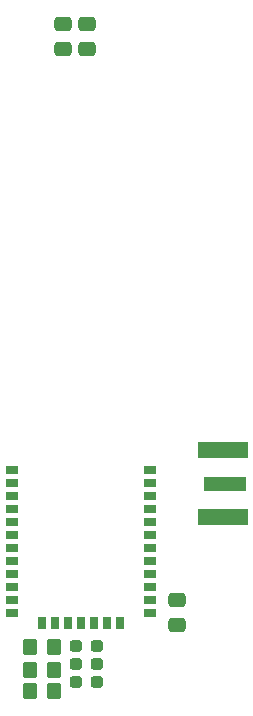
<source format=gtp>
G04 #@! TF.GenerationSoftware,KiCad,Pcbnew,6.0.10*
G04 #@! TF.CreationDate,2023-06-20T13:54:12-05:00*
G04 #@! TF.ProjectId,sensor_sigfox_1,73656e73-6f72-45f7-9369-67666f785f31,rev?*
G04 #@! TF.SameCoordinates,Original*
G04 #@! TF.FileFunction,Paste,Top*
G04 #@! TF.FilePolarity,Positive*
%FSLAX46Y46*%
G04 Gerber Fmt 4.6, Leading zero omitted, Abs format (unit mm)*
G04 Created by KiCad (PCBNEW 6.0.10) date 2023-06-20 13:54:12*
%MOMM*%
%LPD*%
G01*
G04 APERTURE LIST*
G04 Aperture macros list*
%AMRoundRect*
0 Rectangle with rounded corners*
0 $1 Rounding radius*
0 $2 $3 $4 $5 $6 $7 $8 $9 X,Y pos of 4 corners*
0 Add a 4 corners polygon primitive as box body*
4,1,4,$2,$3,$4,$5,$6,$7,$8,$9,$2,$3,0*
0 Add four circle primitives for the rounded corners*
1,1,$1+$1,$2,$3*
1,1,$1+$1,$4,$5*
1,1,$1+$1,$6,$7*
1,1,$1+$1,$8,$9*
0 Add four rect primitives between the rounded corners*
20,1,$1+$1,$2,$3,$4,$5,0*
20,1,$1+$1,$4,$5,$6,$7,0*
20,1,$1+$1,$6,$7,$8,$9,0*
20,1,$1+$1,$8,$9,$2,$3,0*%
G04 Aperture macros list end*
%ADD10RoundRect,0.250000X-0.350000X-0.450000X0.350000X-0.450000X0.350000X0.450000X-0.350000X0.450000X0*%
%ADD11RoundRect,0.250000X0.475000X-0.337500X0.475000X0.337500X-0.475000X0.337500X-0.475000X-0.337500X0*%
%ADD12R,1.000000X0.700000*%
%ADD13R,0.700000X1.000000*%
%ADD14RoundRect,0.237500X0.287500X0.237500X-0.287500X0.237500X-0.287500X-0.237500X0.287500X-0.237500X0*%
%ADD15R,3.600000X1.270000*%
%ADD16R,4.200000X1.350000*%
G04 APERTURE END LIST*
D10*
X122936000Y-92710000D03*
X124936000Y-92710000D03*
D11*
X125730000Y-40132000D03*
X125730000Y-38057000D03*
X127762000Y-40132000D03*
X127762000Y-38057000D03*
D12*
X121394000Y-75825000D03*
X121394000Y-76925000D03*
X121394000Y-78025000D03*
X121394000Y-79125000D03*
X121394000Y-80225000D03*
X121394000Y-81325000D03*
X121394000Y-82425000D03*
X121394000Y-83525000D03*
X121394000Y-84625000D03*
X121394000Y-85725000D03*
X121394000Y-86825000D03*
X121394000Y-87925000D03*
D13*
X123954000Y-88735000D03*
X125054000Y-88735000D03*
X126154000Y-88735000D03*
X127254000Y-88735000D03*
X128354000Y-88735000D03*
X129454000Y-88735000D03*
X130554000Y-88735000D03*
D12*
X133114000Y-87925000D03*
X133114000Y-86825000D03*
X133114000Y-85725000D03*
X133114000Y-84625000D03*
X133114000Y-83525000D03*
X133114000Y-82425000D03*
X133114000Y-81325000D03*
X133114000Y-80225000D03*
X133114000Y-79125000D03*
X133114000Y-78025000D03*
X133114000Y-76925000D03*
X133114000Y-75825000D03*
D11*
X135382000Y-88921500D03*
X135382000Y-86846500D03*
D14*
X128591000Y-93726000D03*
X126841000Y-93726000D03*
D10*
X122920000Y-90805000D03*
X124920000Y-90805000D03*
D15*
X139446000Y-76962000D03*
D16*
X139246000Y-74137000D03*
X139246000Y-79787000D03*
D14*
X128577000Y-90678000D03*
X126827000Y-90678000D03*
D10*
X122936000Y-94488000D03*
X124936000Y-94488000D03*
D14*
X128591000Y-92202000D03*
X126841000Y-92202000D03*
M02*

</source>
